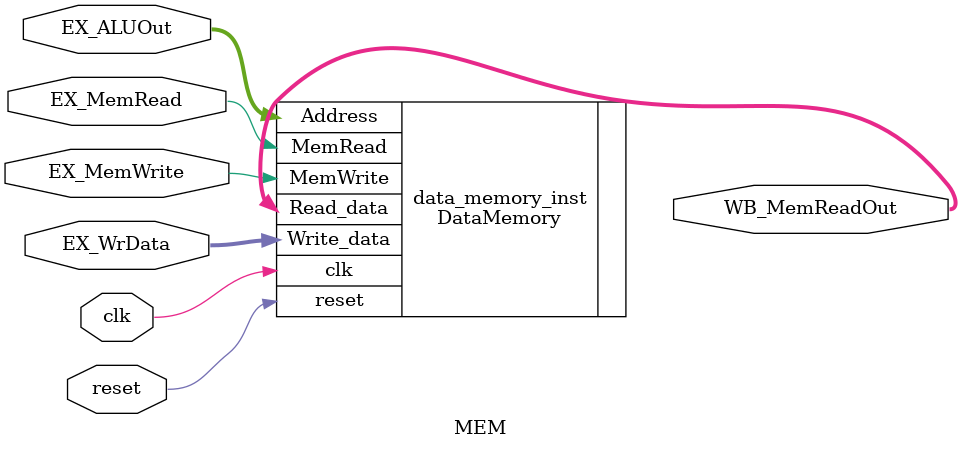
<source format=v>
module MEM(clk, reset, EX_MemRead, EX_MemWrite, EX_ALUOut, EX_WrData, WB_MemReadOut);
	input clk;
	input reset;
	
	/*From EX_MEM Register*/
	//input EX_RegWrite;
	//input [4:0] EX_RegDest;
	input EX_MemRead;
	input EX_MemWrite;
	//input EX_MemtoReg;
	input [31:0] EX_ALUOut;
	input [31:0] EX_WrData;
	
	/*To ID, EX Unit*/
	//output [31:0] MEMForwardSrc;
	
	/*To MEM_WB Register*/
	//output wire WB_RegWrite;
	//output wire [4:0] WB_RegDest;
	//output wire [31:0] WB_ALUOut;
	output wire [31:0] WB_MemReadOut;
	//output wire WB_MemtoReg;
	
	DataMemory data_memory_inst(.reset(reset), .clk(clk), .Address(EX_ALUOut), .Write_data(EX_WrData), .Read_data(WB_MemReadOut), .MemRead(EX_MemRead), .MemWrite(EX_MemWrite));
	//assign WB_RegWrite = EX_RegWrite;
	//assign WB_RegDest = EX_RegDest;
	//assign WB_ALUOut = EX_ALUOut;
	//assign WB_MemtoReg = EX_MemtoReg;
	//assign MEMForwardSrc = EX_ALUOut;

endmodule
</source>
